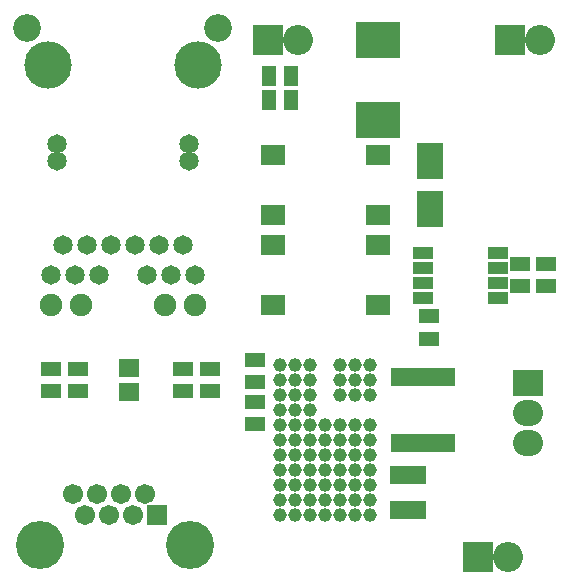
<source format=gts>
G04 #@! TF.FileFunction,Soldermask,Top*
%FSLAX46Y46*%
G04 Gerber Fmt 4.6, Leading zero omitted, Abs format (unit mm)*
G04 Created by KiCad (PCBNEW (2015-03-16 BZR 5519)-product) date Wed 18 Mar 2015 02:08:14 PM CET*
%MOMM*%
G01*
G04 APERTURE LIST*
%ADD10C,0.150000*%
%ADD11C,1.163320*%
%ADD12C,4.064000*%
%ADD13C,1.701800*%
%ADD14R,1.701800X1.701800*%
%ADD15C,1.651000*%
%ADD16C,4.013200*%
%ADD17C,2.336800*%
%ADD18C,1.905000*%
%ADD19R,2.009140X1.808480*%
%ADD20R,5.508000X1.508000*%
%ADD21R,3.008000X1.508000*%
%ADD22R,1.758000X1.508000*%
%ADD23R,3.807460X3.007360*%
%ADD24R,2.308860X3.007360*%
%ADD25R,2.540000X2.235200*%
%ADD26O,2.540000X2.235200*%
%ADD27R,2.540000X2.540000*%
%ADD28O,2.540000X2.540000*%
%ADD29R,1.808000X1.208000*%
%ADD30R,1.208000X1.808000*%
%ADD31R,1.651000X1.016000*%
G04 APERTURE END LIST*
D10*
D11*
X149225000Y-105410000D03*
X147955000Y-105410000D03*
X146685000Y-105410000D03*
X145415000Y-105410000D03*
X144145000Y-105410000D03*
X142875000Y-105410000D03*
X141605000Y-105410000D03*
X149225000Y-104140000D03*
X147955000Y-104140000D03*
X146685000Y-104140000D03*
X145415000Y-104140000D03*
X144145000Y-104140000D03*
X142875000Y-104140000D03*
X141605000Y-104140000D03*
X149225000Y-102870000D03*
X147955000Y-102870000D03*
X146685000Y-102870000D03*
X145415000Y-102870000D03*
X144145000Y-102870000D03*
X142875000Y-102870000D03*
X141605000Y-102870000D03*
X149225000Y-101600000D03*
X147955000Y-101600000D03*
X146685000Y-101600000D03*
X145415000Y-101600000D03*
X144145000Y-101600000D03*
X142875000Y-101600000D03*
X141605000Y-101600000D03*
X149225000Y-100330000D03*
X147955000Y-100330000D03*
X146685000Y-100330000D03*
X145415000Y-100330000D03*
X144145000Y-100330000D03*
X142875000Y-100330000D03*
X141605000Y-100330000D03*
X149225000Y-99060000D03*
X147955000Y-99060000D03*
X146685000Y-99060000D03*
X145415000Y-99060000D03*
X144145000Y-99060000D03*
X142875000Y-99060000D03*
X141605000Y-99060000D03*
X149225000Y-97790000D03*
X147955000Y-97790000D03*
X146685000Y-97790000D03*
X145415000Y-97790000D03*
X144145000Y-97790000D03*
X142875000Y-97790000D03*
X141605000Y-97790000D03*
X144145000Y-96520000D03*
X142875000Y-96520000D03*
X141605000Y-96520000D03*
X149225000Y-95250000D03*
X147955000Y-95250000D03*
X146685000Y-95250000D03*
X144145000Y-95250000D03*
X142875000Y-95250000D03*
X141605000Y-95250000D03*
X149225000Y-93980000D03*
X147955000Y-93980000D03*
X146685000Y-93980000D03*
X144145000Y-93980000D03*
X142875000Y-93980000D03*
X141605000Y-93980000D03*
X149225000Y-92710000D03*
X147955000Y-92710000D03*
X146685000Y-92710000D03*
X144145000Y-92710000D03*
X142875000Y-92710000D03*
X141605000Y-92710000D03*
D12*
X121285000Y-107950000D03*
X133985000Y-107950000D03*
D13*
X124079000Y-103632000D03*
X126111000Y-103632000D03*
X128143000Y-103632000D03*
X130175000Y-103632000D03*
X125095000Y-105410000D03*
X127127000Y-105410000D03*
X129159000Y-105410000D03*
D14*
X131191000Y-105410000D03*
D15*
X123190000Y-82550000D03*
X125222000Y-82550000D03*
X127254000Y-82550000D03*
X129286000Y-82550000D03*
X131318000Y-82550000D03*
X133350000Y-82550000D03*
X122174000Y-85090000D03*
X124206000Y-85090000D03*
X126238000Y-85090000D03*
X130302000Y-85090000D03*
X132334000Y-85090000D03*
X134366000Y-85090000D03*
D16*
X121920000Y-67310000D03*
X134620000Y-67310000D03*
D17*
X120205500Y-64135000D03*
X136334500Y-64135000D03*
D15*
X122682000Y-75438000D03*
X133858000Y-75438000D03*
X122682000Y-73964800D03*
X133858000Y-73964800D03*
D18*
X134366000Y-87630000D03*
X131826000Y-87630000D03*
X122174000Y-87630000D03*
X124714000Y-87630000D03*
D19*
X149860000Y-87630000D03*
X149860000Y-82529680D03*
X140959840Y-82529680D03*
X140959840Y-87630000D03*
X149860000Y-80010000D03*
X149860000Y-74909680D03*
X140959840Y-74909680D03*
X140959840Y-80010000D03*
D20*
X153670000Y-93720000D03*
X153670000Y-99320000D03*
D21*
X152400000Y-105005000D03*
X152400000Y-102005000D03*
D22*
X128778000Y-92980000D03*
X128778000Y-94980000D03*
D23*
X149860000Y-65178940D03*
X149860000Y-71981060D03*
D24*
X154305000Y-79468980D03*
X154305000Y-75471020D03*
D25*
X162623500Y-94234000D03*
D26*
X162623500Y-96774000D03*
X162623500Y-99314000D03*
D27*
X140589000Y-65214500D03*
D28*
X143129000Y-65214500D03*
D27*
X158369000Y-108966000D03*
D28*
X160909000Y-108966000D03*
D27*
X161099500Y-65151000D03*
D28*
X163639500Y-65151000D03*
D29*
X139446000Y-97724000D03*
X139446000Y-95824000D03*
X139446000Y-94168000D03*
X139446000Y-92268000D03*
X154178000Y-88585000D03*
X154178000Y-90485000D03*
X161925000Y-86040000D03*
X161925000Y-84140000D03*
X164147500Y-86040000D03*
X164147500Y-84140000D03*
D30*
X142555000Y-68262500D03*
X140655000Y-68262500D03*
X142555000Y-70294500D03*
X140655000Y-70294500D03*
D29*
X122174000Y-94930000D03*
X122174000Y-93030000D03*
X124460000Y-94930000D03*
X124460000Y-93030000D03*
X133350000Y-94930000D03*
X133350000Y-93030000D03*
X135636000Y-94930000D03*
X135636000Y-93030000D03*
D31*
X153670000Y-86995000D03*
X153670000Y-85725000D03*
X153670000Y-84455000D03*
X153670000Y-83185000D03*
X160020000Y-83185000D03*
X160020000Y-84455000D03*
X160020000Y-85725000D03*
X160020000Y-86995000D03*
M02*

</source>
